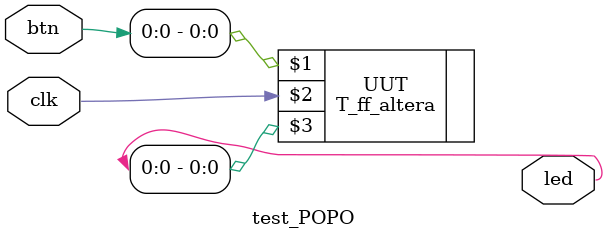
<source format=v>
module test_POPO(
  input [4:0] btn,
  input clk,
  output [7:0] led );

  T_ff_altera UUT( btn[0], clk, led[0] );

endmodule

</source>
